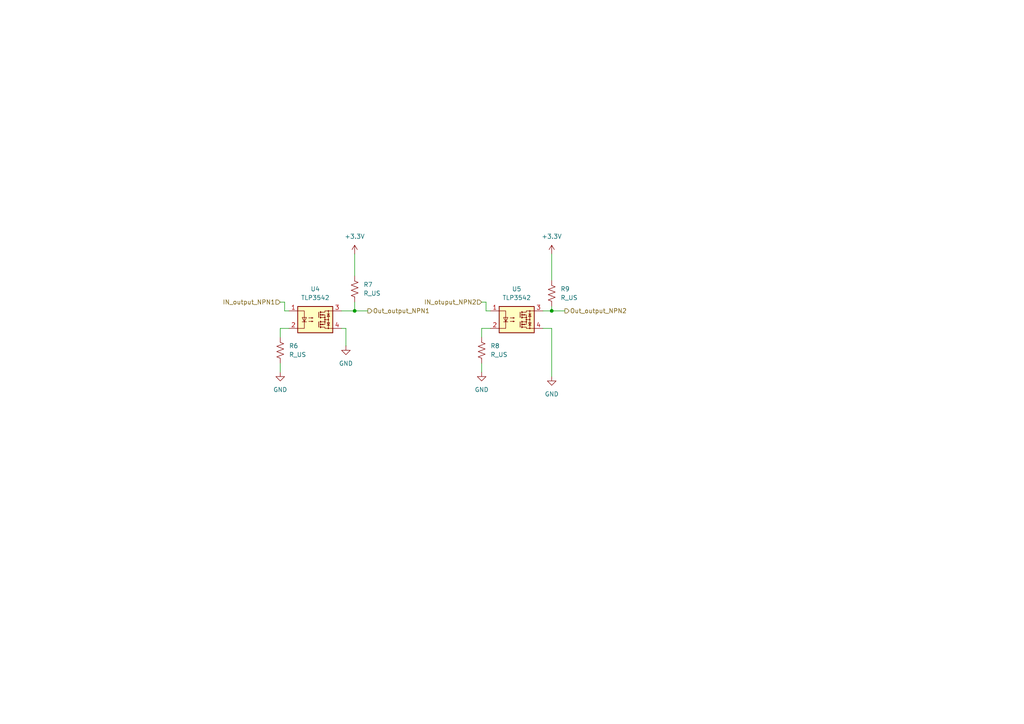
<source format=kicad_sch>
(kicad_sch
	(version 20250114)
	(generator "eeschema")
	(generator_version "9.0")
	(uuid "1f8f7a88-f920-4530-86bb-9885b2e842ee")
	(paper "A4")
	(lib_symbols
		(symbol "Device:R_US"
			(pin_numbers
				(hide yes)
			)
			(pin_names
				(offset 0)
			)
			(exclude_from_sim no)
			(in_bom yes)
			(on_board yes)
			(property "Reference" "R"
				(at 2.54 0 90)
				(effects
					(font
						(size 1.27 1.27)
					)
				)
			)
			(property "Value" "R_US"
				(at -2.54 0 90)
				(effects
					(font
						(size 1.27 1.27)
					)
				)
			)
			(property "Footprint" ""
				(at 1.016 -0.254 90)
				(effects
					(font
						(size 1.27 1.27)
					)
					(hide yes)
				)
			)
			(property "Datasheet" "~"
				(at 0 0 0)
				(effects
					(font
						(size 1.27 1.27)
					)
					(hide yes)
				)
			)
			(property "Description" "Resistor, US symbol"
				(at 0 0 0)
				(effects
					(font
						(size 1.27 1.27)
					)
					(hide yes)
				)
			)
			(property "ki_keywords" "R res resistor"
				(at 0 0 0)
				(effects
					(font
						(size 1.27 1.27)
					)
					(hide yes)
				)
			)
			(property "ki_fp_filters" "R_*"
				(at 0 0 0)
				(effects
					(font
						(size 1.27 1.27)
					)
					(hide yes)
				)
			)
			(symbol "R_US_0_1"
				(polyline
					(pts
						(xy 0 2.286) (xy 0 2.54)
					)
					(stroke
						(width 0)
						(type default)
					)
					(fill
						(type none)
					)
				)
				(polyline
					(pts
						(xy 0 2.286) (xy 1.016 1.905) (xy 0 1.524) (xy -1.016 1.143) (xy 0 0.762)
					)
					(stroke
						(width 0)
						(type default)
					)
					(fill
						(type none)
					)
				)
				(polyline
					(pts
						(xy 0 0.762) (xy 1.016 0.381) (xy 0 0) (xy -1.016 -0.381) (xy 0 -0.762)
					)
					(stroke
						(width 0)
						(type default)
					)
					(fill
						(type none)
					)
				)
				(polyline
					(pts
						(xy 0 -0.762) (xy 1.016 -1.143) (xy 0 -1.524) (xy -1.016 -1.905) (xy 0 -2.286)
					)
					(stroke
						(width 0)
						(type default)
					)
					(fill
						(type none)
					)
				)
				(polyline
					(pts
						(xy 0 -2.286) (xy 0 -2.54)
					)
					(stroke
						(width 0)
						(type default)
					)
					(fill
						(type none)
					)
				)
			)
			(symbol "R_US_1_1"
				(pin passive line
					(at 0 3.81 270)
					(length 1.27)
					(name "~"
						(effects
							(font
								(size 1.27 1.27)
							)
						)
					)
					(number "1"
						(effects
							(font
								(size 1.27 1.27)
							)
						)
					)
				)
				(pin passive line
					(at 0 -3.81 90)
					(length 1.27)
					(name "~"
						(effects
							(font
								(size 1.27 1.27)
							)
						)
					)
					(number "2"
						(effects
							(font
								(size 1.27 1.27)
							)
						)
					)
				)
			)
			(embedded_fonts no)
		)
		(symbol "TLP3542_1"
			(exclude_from_sim no)
			(in_bom yes)
			(on_board yes)
			(property "Reference" "U3"
				(at 0 8.89 0)
				(effects
					(font
						(size 1.27 1.27)
					)
				)
			)
			(property "Value" "TLP3542"
				(at 0 6.35 0)
				(effects
					(font
						(size 1.27 1.27)
					)
				)
			)
			(property "Footprint" "Package_SO:SOP-4_3.8x4.1mm_P2.54mm"
				(at 0 -7.62 0)
				(effects
					(font
						(size 1.27 1.27)
					)
					(hide yes)
				)
			)
			(property "Datasheet" "https://toshiba.semicon-storage.com/info/docget.jsp?did=1284&prodName=TLP3542"
				(at 0 0 0)
				(effects
					(font
						(size 1.27 1.27)
					)
					(hide yes)
				)
			)
			(property "Description" "Photo MOSFET optically coupled, ON 4A, 50mohm, OFF state 20V, Isolation 2500 VRMS, DIP-5-6"
				(at 0 0 0)
				(effects
					(font
						(size 1.27 1.27)
					)
					(hide yes)
				)
			)
			(property "ki_keywords" "photocouplers photorelay solidstate relay normally opened (1-Form-A)"
				(at 0 0 0)
				(effects
					(font
						(size 1.27 1.27)
					)
					(hide yes)
				)
			)
			(property "ki_fp_filters" "DIP*W7.62mm*"
				(at 0 0 0)
				(effects
					(font
						(size 1.27 1.27)
					)
					(hide yes)
				)
			)
			(symbol "TLP3542_1_0_1"
				(rectangle
					(start -5.08 3.81)
					(end 5.08 -3.81)
					(stroke
						(width 0.254)
						(type default)
					)
					(fill
						(type background)
					)
				)
				(polyline
					(pts
						(xy -5.08 2.54) (xy -3.175 2.54) (xy -3.175 -2.54) (xy -5.08 -2.54)
					)
					(stroke
						(width 0)
						(type default)
					)
					(fill
						(type none)
					)
				)
				(polyline
					(pts
						(xy -3.81 -0.635) (xy -2.54 -0.635)
					)
					(stroke
						(width 0)
						(type default)
					)
					(fill
						(type none)
					)
				)
				(polyline
					(pts
						(xy -3.175 -0.635) (xy -3.81 0.635) (xy -2.54 0.635) (xy -3.175 -0.635)
					)
					(stroke
						(width 0)
						(type default)
					)
					(fill
						(type none)
					)
				)
				(polyline
					(pts
						(xy -1.905 0.508) (xy -0.635 0.508) (xy -1.016 0.381) (xy -1.016 0.635) (xy -0.635 0.508)
					)
					(stroke
						(width 0)
						(type default)
					)
					(fill
						(type none)
					)
				)
				(polyline
					(pts
						(xy -1.905 -0.508) (xy -0.635 -0.508) (xy -1.016 -0.635) (xy -1.016 -0.381) (xy -0.635 -0.508)
					)
					(stroke
						(width 0)
						(type default)
					)
					(fill
						(type none)
					)
				)
				(polyline
					(pts
						(xy 1.016 2.159) (xy 1.016 0.635)
					)
					(stroke
						(width 0.2032)
						(type default)
					)
					(fill
						(type none)
					)
				)
				(polyline
					(pts
						(xy 1.016 -0.635) (xy 1.016 -2.159)
					)
					(stroke
						(width 0.2032)
						(type default)
					)
					(fill
						(type none)
					)
				)
				(polyline
					(pts
						(xy 1.524 2.286) (xy 1.524 2.032) (xy 1.524 2.032)
					)
					(stroke
						(width 0.3556)
						(type default)
					)
					(fill
						(type none)
					)
				)
				(polyline
					(pts
						(xy 1.524 1.524) (xy 1.524 1.27) (xy 1.524 1.27)
					)
					(stroke
						(width 0.3556)
						(type default)
					)
					(fill
						(type none)
					)
				)
				(polyline
					(pts
						(xy 1.524 0.762) (xy 1.524 0.508) (xy 1.524 0.508)
					)
					(stroke
						(width 0.3556)
						(type default)
					)
					(fill
						(type none)
					)
				)
				(polyline
					(pts
						(xy 1.524 -0.508) (xy 1.524 -0.762)
					)
					(stroke
						(width 0.3556)
						(type default)
					)
					(fill
						(type none)
					)
				)
				(polyline
					(pts
						(xy 1.524 -1.27) (xy 1.524 -1.524) (xy 1.524 -1.524)
					)
					(stroke
						(width 0.3556)
						(type default)
					)
					(fill
						(type none)
					)
				)
				(polyline
					(pts
						(xy 1.524 -2.032) (xy 1.524 -2.286) (xy 1.524 -2.286)
					)
					(stroke
						(width 0.3556)
						(type default)
					)
					(fill
						(type none)
					)
				)
				(polyline
					(pts
						(xy 1.651 2.159) (xy 2.794 2.159) (xy 2.794 2.54) (xy 5.08 2.54)
					)
					(stroke
						(width 0)
						(type default)
					)
					(fill
						(type none)
					)
				)
				(polyline
					(pts
						(xy 1.651 1.397) (xy 2.794 1.397) (xy 2.794 0.635)
					)
					(stroke
						(width 0)
						(type default)
					)
					(fill
						(type none)
					)
				)
				(polyline
					(pts
						(xy 1.651 -0.635) (xy 2.794 -0.635) (xy 2.794 0.635) (xy 1.651 0.635)
					)
					(stroke
						(width 0)
						(type default)
					)
					(fill
						(type none)
					)
				)
				(polyline
					(pts
						(xy 1.651 -1.397) (xy 2.794 -1.397) (xy 2.794 -0.635)
					)
					(stroke
						(width 0)
						(type default)
					)
					(fill
						(type none)
					)
				)
				(polyline
					(pts
						(xy 1.651 -2.159) (xy 2.794 -2.159) (xy 2.794 -2.54) (xy 5.08 -2.54)
					)
					(stroke
						(width 0)
						(type default)
					)
					(fill
						(type none)
					)
				)
				(polyline
					(pts
						(xy 1.778 1.397) (xy 2.286 1.524) (xy 2.286 1.27) (xy 1.778 1.397)
					)
					(stroke
						(width 0)
						(type default)
					)
					(fill
						(type none)
					)
				)
				(polyline
					(pts
						(xy 1.778 -1.397) (xy 2.286 -1.27) (xy 2.286 -1.524) (xy 1.778 -1.397)
					)
					(stroke
						(width 0)
						(type default)
					)
					(fill
						(type none)
					)
				)
				(circle
					(center 2.794 0.635)
					(radius 0.127)
					(stroke
						(width 0)
						(type default)
					)
					(fill
						(type none)
					)
				)
				(polyline
					(pts
						(xy 2.794 0) (xy 3.81 0)
					)
					(stroke
						(width 0)
						(type default)
					)
					(fill
						(type none)
					)
				)
				(circle
					(center 2.794 0)
					(radius 0.127)
					(stroke
						(width 0)
						(type default)
					)
					(fill
						(type none)
					)
				)
				(circle
					(center 2.794 -0.635)
					(radius 0.127)
					(stroke
						(width 0)
						(type default)
					)
					(fill
						(type none)
					)
				)
				(polyline
					(pts
						(xy 3.429 1.651) (xy 4.191 1.651)
					)
					(stroke
						(width 0)
						(type default)
					)
					(fill
						(type none)
					)
				)
				(polyline
					(pts
						(xy 3.429 -1.651) (xy 4.191 -1.651)
					)
					(stroke
						(width 0)
						(type default)
					)
					(fill
						(type none)
					)
				)
				(circle
					(center 3.81 2.54)
					(radius 0.127)
					(stroke
						(width 0)
						(type default)
					)
					(fill
						(type none)
					)
				)
				(polyline
					(pts
						(xy 3.81 1.651) (xy 3.429 0.889) (xy 4.191 0.889) (xy 3.81 1.651)
					)
					(stroke
						(width 0)
						(type default)
					)
					(fill
						(type none)
					)
				)
				(circle
					(center 3.81 0)
					(radius 0.127)
					(stroke
						(width 0)
						(type default)
					)
					(fill
						(type none)
					)
				)
				(polyline
					(pts
						(xy 3.81 -1.651) (xy 3.429 -0.889) (xy 4.191 -0.889) (xy 3.81 -1.651)
					)
					(stroke
						(width 0)
						(type default)
					)
					(fill
						(type none)
					)
				)
				(polyline
					(pts
						(xy 3.81 -2.54) (xy 3.81 2.54)
					)
					(stroke
						(width 0)
						(type default)
					)
					(fill
						(type none)
					)
				)
				(circle
					(center 3.81 -2.54)
					(radius 0.127)
					(stroke
						(width 0)
						(type default)
					)
					(fill
						(type none)
					)
				)
			)
			(symbol "TLP3542_1_1_1"
				(pin passive line
					(at -7.62 2.54 0)
					(length 2.54)
					(name "~"
						(effects
							(font
								(size 1.27 1.27)
							)
						)
					)
					(number "1"
						(effects
							(font
								(size 1.27 1.27)
							)
						)
					)
				)
				(pin passive line
					(at -7.62 -2.54 0)
					(length 2.54)
					(name "~"
						(effects
							(font
								(size 1.27 1.27)
							)
						)
					)
					(number "2"
						(effects
							(font
								(size 1.27 1.27)
							)
						)
					)
				)
				(pin no_connect line
					(at -5.08 0 0)
					(length 2.54)
					(hide yes)
					(name "~"
						(effects
							(font
								(size 1.27 1.27)
							)
						)
					)
					(number "3"
						(effects
							(font
								(size 1.27 1.27)
							)
						)
					)
				)
				(pin passive line
					(at 7.62 2.54 180)
					(length 2.54)
					(name "~"
						(effects
							(font
								(size 1.27 1.27)
							)
						)
					)
					(number "3"
						(effects
							(font
								(size 1.27 1.27)
							)
						)
					)
				)
				(pin passive line
					(at 7.62 -2.54 180)
					(length 2.54)
					(name "~"
						(effects
							(font
								(size 1.27 1.27)
							)
						)
					)
					(number "4"
						(effects
							(font
								(size 1.27 1.27)
							)
						)
					)
				)
			)
			(embedded_fonts no)
		)
		(symbol "TLP3542_2"
			(exclude_from_sim no)
			(in_bom yes)
			(on_board yes)
			(property "Reference" "U3"
				(at 0 8.89 0)
				(effects
					(font
						(size 1.27 1.27)
					)
				)
			)
			(property "Value" "TLP3542"
				(at 0 6.35 0)
				(effects
					(font
						(size 1.27 1.27)
					)
				)
			)
			(property "Footprint" "Package_SO:SOP-4_3.8x4.1mm_P2.54mm"
				(at 0 -7.62 0)
				(effects
					(font
						(size 1.27 1.27)
					)
					(hide yes)
				)
			)
			(property "Datasheet" "https://toshiba.semicon-storage.com/info/docget.jsp?did=1284&prodName=TLP3542"
				(at 0 0 0)
				(effects
					(font
						(size 1.27 1.27)
					)
					(hide yes)
				)
			)
			(property "Description" "Photo MOSFET optically coupled, ON 4A, 50mohm, OFF state 20V, Isolation 2500 VRMS, DIP-5-6"
				(at 0 0 0)
				(effects
					(font
						(size 1.27 1.27)
					)
					(hide yes)
				)
			)
			(property "ki_keywords" "photocouplers photorelay solidstate relay normally opened (1-Form-A)"
				(at 0 0 0)
				(effects
					(font
						(size 1.27 1.27)
					)
					(hide yes)
				)
			)
			(property "ki_fp_filters" "DIP*W7.62mm*"
				(at 0 0 0)
				(effects
					(font
						(size 1.27 1.27)
					)
					(hide yes)
				)
			)
			(symbol "TLP3542_2_0_1"
				(rectangle
					(start -5.08 3.81)
					(end 5.08 -3.81)
					(stroke
						(width 0.254)
						(type default)
					)
					(fill
						(type background)
					)
				)
				(polyline
					(pts
						(xy -5.08 2.54) (xy -3.175 2.54) (xy -3.175 -2.54) (xy -5.08 -2.54)
					)
					(stroke
						(width 0)
						(type default)
					)
					(fill
						(type none)
					)
				)
				(polyline
					(pts
						(xy -3.81 -0.635) (xy -2.54 -0.635)
					)
					(stroke
						(width 0)
						(type default)
					)
					(fill
						(type none)
					)
				)
				(polyline
					(pts
						(xy -3.175 -0.635) (xy -3.81 0.635) (xy -2.54 0.635) (xy -3.175 -0.635)
					)
					(stroke
						(width 0)
						(type default)
					)
					(fill
						(type none)
					)
				)
				(polyline
					(pts
						(xy -1.905 0.508) (xy -0.635 0.508) (xy -1.016 0.381) (xy -1.016 0.635) (xy -0.635 0.508)
					)
					(stroke
						(width 0)
						(type default)
					)
					(fill
						(type none)
					)
				)
				(polyline
					(pts
						(xy -1.905 -0.508) (xy -0.635 -0.508) (xy -1.016 -0.635) (xy -1.016 -0.381) (xy -0.635 -0.508)
					)
					(stroke
						(width 0)
						(type default)
					)
					(fill
						(type none)
					)
				)
				(polyline
					(pts
						(xy 1.016 2.159) (xy 1.016 0.635)
					)
					(stroke
						(width 0.2032)
						(type default)
					)
					(fill
						(type none)
					)
				)
				(polyline
					(pts
						(xy 1.016 -0.635) (xy 1.016 -2.159)
					)
					(stroke
						(width 0.2032)
						(type default)
					)
					(fill
						(type none)
					)
				)
				(polyline
					(pts
						(xy 1.524 2.286) (xy 1.524 2.032) (xy 1.524 2.032)
					)
					(stroke
						(width 0.3556)
						(type default)
					)
					(fill
						(type none)
					)
				)
				(polyline
					(pts
						(xy 1.524 1.524) (xy 1.524 1.27) (xy 1.524 1.27)
					)
					(stroke
						(width 0.3556)
						(type default)
					)
					(fill
						(type none)
					)
				)
				(polyline
					(pts
						(xy 1.524 0.762) (xy 1.524 0.508) (xy 1.524 0.508)
					)
					(stroke
						(width 0.3556)
						(type default)
					)
					(fill
						(type none)
					)
				)
				(polyline
					(pts
						(xy 1.524 -0.508) (xy 1.524 -0.762)
					)
					(stroke
						(width 0.3556)
						(type default)
					)
					(fill
						(type none)
					)
				)
				(polyline
					(pts
						(xy 1.524 -1.27) (xy 1.524 -1.524) (xy 1.524 -1.524)
					)
					(stroke
						(width 0.3556)
						(type default)
					)
					(fill
						(type none)
					)
				)
				(polyline
					(pts
						(xy 1.524 -2.032) (xy 1.524 -2.286) (xy 1.524 -2.286)
					)
					(stroke
						(width 0.3556)
						(type default)
					)
					(fill
						(type none)
					)
				)
				(polyline
					(pts
						(xy 1.651 2.159) (xy 2.794 2.159) (xy 2.794 2.54) (xy 5.08 2.54)
					)
					(stroke
						(width 0)
						(type default)
					)
					(fill
						(type none)
					)
				)
				(polyline
					(pts
						(xy 1.651 1.397) (xy 2.794 1.397) (xy 2.794 0.635)
					)
					(stroke
						(width 0)
						(type default)
					)
					(fill
						(type none)
					)
				)
				(polyline
					(pts
						(xy 1.651 -0.635) (xy 2.794 -0.635) (xy 2.794 0.635) (xy 1.651 0.635)
					)
					(stroke
						(width 0)
						(type default)
					)
					(fill
						(type none)
					)
				)
				(polyline
					(pts
						(xy 1.651 -1.397) (xy 2.794 -1.397) (xy 2.794 -0.635)
					)
					(stroke
						(width 0)
						(type default)
					)
					(fill
						(type none)
					)
				)
				(polyline
					(pts
						(xy 1.651 -2.159) (xy 2.794 -2.159) (xy 2.794 -2.54) (xy 5.08 -2.54)
					)
					(stroke
						(width 0)
						(type default)
					)
					(fill
						(type none)
					)
				)
				(polyline
					(pts
						(xy 1.778 1.397) (xy 2.286 1.524) (xy 2.286 1.27) (xy 1.778 1.397)
					)
					(stroke
						(width 0)
						(type default)
					)
					(fill
						(type none)
					)
				)
				(polyline
					(pts
						(xy 1.778 -1.397) (xy 2.286 -1.27) (xy 2.286 -1.524) (xy 1.778 -1.397)
					)
					(stroke
						(width 0)
						(type default)
					)
					(fill
						(type none)
					)
				)
				(circle
					(center 2.794 0.635)
					(radius 0.127)
					(stroke
						(width 0)
						(type default)
					)
					(fill
						(type none)
					)
				)
				(polyline
					(pts
						(xy 2.794 0) (xy 3.81 0)
					)
					(stroke
						(width 0)
						(type default)
					)
					(fill
						(type none)
					)
				)
				(circle
					(center 2.794 0)
					(radius 0.127)
					(stroke
						(width 0)
						(type default)
					)
					(fill
						(type none)
					)
				)
				(circle
					(center 2.794 -0.635)
					(radius 0.127)
					(stroke
						(width 0)
						(type default)
					)
					(fill
						(type none)
					)
				)
				(polyline
					(pts
						(xy 3.429 1.651) (xy 4.191 1.651)
					)
					(stroke
						(width 0)
						(type default)
					)
					(fill
						(type none)
					)
				)
				(polyline
					(pts
						(xy 3.429 -1.651) (xy 4.191 -1.651)
					)
					(stroke
						(width 0)
						(type default)
					)
					(fill
						(type none)
					)
				)
				(circle
					(center 3.81 2.54)
					(radius 0.127)
					(stroke
						(width 0)
						(type default)
					)
					(fill
						(type none)
					)
				)
				(polyline
					(pts
						(xy 3.81 1.651) (xy 3.429 0.889) (xy 4.191 0.889) (xy 3.81 1.651)
					)
					(stroke
						(width 0)
						(type default)
					)
					(fill
						(type none)
					)
				)
				(circle
					(center 3.81 0)
					(radius 0.127)
					(stroke
						(width 0)
						(type default)
					)
					(fill
						(type none)
					)
				)
				(polyline
					(pts
						(xy 3.81 -1.651) (xy 3.429 -0.889) (xy 4.191 -0.889) (xy 3.81 -1.651)
					)
					(stroke
						(width 0)
						(type default)
					)
					(fill
						(type none)
					)
				)
				(polyline
					(pts
						(xy 3.81 -2.54) (xy 3.81 2.54)
					)
					(stroke
						(width 0)
						(type default)
					)
					(fill
						(type none)
					)
				)
				(circle
					(center 3.81 -2.54)
					(radius 0.127)
					(stroke
						(width 0)
						(type default)
					)
					(fill
						(type none)
					)
				)
			)
			(symbol "TLP3542_2_1_1"
				(pin passive line
					(at -7.62 2.54 0)
					(length 2.54)
					(name "~"
						(effects
							(font
								(size 1.27 1.27)
							)
						)
					)
					(number "1"
						(effects
							(font
								(size 1.27 1.27)
							)
						)
					)
				)
				(pin passive line
					(at -7.62 -2.54 0)
					(length 2.54)
					(name "~"
						(effects
							(font
								(size 1.27 1.27)
							)
						)
					)
					(number "2"
						(effects
							(font
								(size 1.27 1.27)
							)
						)
					)
				)
				(pin no_connect line
					(at -5.08 0 0)
					(length 2.54)
					(hide yes)
					(name "~"
						(effects
							(font
								(size 1.27 1.27)
							)
						)
					)
					(number "3"
						(effects
							(font
								(size 1.27 1.27)
							)
						)
					)
				)
				(pin passive line
					(at 7.62 2.54 180)
					(length 2.54)
					(name "~"
						(effects
							(font
								(size 1.27 1.27)
							)
						)
					)
					(number "3"
						(effects
							(font
								(size 1.27 1.27)
							)
						)
					)
				)
				(pin passive line
					(at 7.62 -2.54 180)
					(length 2.54)
					(name "~"
						(effects
							(font
								(size 1.27 1.27)
							)
						)
					)
					(number "4"
						(effects
							(font
								(size 1.27 1.27)
							)
						)
					)
				)
			)
			(embedded_fonts no)
		)
		(symbol "power:+3.3V"
			(power)
			(pin_numbers
				(hide yes)
			)
			(pin_names
				(offset 0)
				(hide yes)
			)
			(exclude_from_sim no)
			(in_bom yes)
			(on_board yes)
			(property "Reference" "#PWR"
				(at 0 -3.81 0)
				(effects
					(font
						(size 1.27 1.27)
					)
					(hide yes)
				)
			)
			(property "Value" "+3.3V"
				(at 0 3.556 0)
				(effects
					(font
						(size 1.27 1.27)
					)
				)
			)
			(property "Footprint" ""
				(at 0 0 0)
				(effects
					(font
						(size 1.27 1.27)
					)
					(hide yes)
				)
			)
			(property "Datasheet" ""
				(at 0 0 0)
				(effects
					(font
						(size 1.27 1.27)
					)
					(hide yes)
				)
			)
			(property "Description" "Power symbol creates a global label with name \"+3.3V\""
				(at 0 0 0)
				(effects
					(font
						(size 1.27 1.27)
					)
					(hide yes)
				)
			)
			(property "ki_keywords" "global power"
				(at 0 0 0)
				(effects
					(font
						(size 1.27 1.27)
					)
					(hide yes)
				)
			)
			(symbol "+3.3V_0_1"
				(polyline
					(pts
						(xy -0.762 1.27) (xy 0 2.54)
					)
					(stroke
						(width 0)
						(type default)
					)
					(fill
						(type none)
					)
				)
				(polyline
					(pts
						(xy 0 2.54) (xy 0.762 1.27)
					)
					(stroke
						(width 0)
						(type default)
					)
					(fill
						(type none)
					)
				)
				(polyline
					(pts
						(xy 0 0) (xy 0 2.54)
					)
					(stroke
						(width 0)
						(type default)
					)
					(fill
						(type none)
					)
				)
			)
			(symbol "+3.3V_1_1"
				(pin power_in line
					(at 0 0 90)
					(length 0)
					(name "~"
						(effects
							(font
								(size 1.27 1.27)
							)
						)
					)
					(number "1"
						(effects
							(font
								(size 1.27 1.27)
							)
						)
					)
				)
			)
			(embedded_fonts no)
		)
		(symbol "power:GND"
			(power)
			(pin_numbers
				(hide yes)
			)
			(pin_names
				(offset 0)
				(hide yes)
			)
			(exclude_from_sim no)
			(in_bom yes)
			(on_board yes)
			(property "Reference" "#PWR"
				(at 0 -6.35 0)
				(effects
					(font
						(size 1.27 1.27)
					)
					(hide yes)
				)
			)
			(property "Value" "GND"
				(at 0 -3.81 0)
				(effects
					(font
						(size 1.27 1.27)
					)
				)
			)
			(property "Footprint" ""
				(at 0 0 0)
				(effects
					(font
						(size 1.27 1.27)
					)
					(hide yes)
				)
			)
			(property "Datasheet" ""
				(at 0 0 0)
				(effects
					(font
						(size 1.27 1.27)
					)
					(hide yes)
				)
			)
			(property "Description" "Power symbol creates a global label with name \"GND\" , ground"
				(at 0 0 0)
				(effects
					(font
						(size 1.27 1.27)
					)
					(hide yes)
				)
			)
			(property "ki_keywords" "global power"
				(at 0 0 0)
				(effects
					(font
						(size 1.27 1.27)
					)
					(hide yes)
				)
			)
			(symbol "GND_0_1"
				(polyline
					(pts
						(xy 0 0) (xy 0 -1.27) (xy 1.27 -1.27) (xy 0 -2.54) (xy -1.27 -1.27) (xy 0 -1.27)
					)
					(stroke
						(width 0)
						(type default)
					)
					(fill
						(type none)
					)
				)
			)
			(symbol "GND_1_1"
				(pin power_in line
					(at 0 0 270)
					(length 0)
					(name "~"
						(effects
							(font
								(size 1.27 1.27)
							)
						)
					)
					(number "1"
						(effects
							(font
								(size 1.27 1.27)
							)
						)
					)
				)
			)
			(embedded_fonts no)
		)
	)
	(junction
		(at 102.87 90.17)
		(diameter 0)
		(color 0 0 0 0)
		(uuid "0fd77eee-1649-47ea-9561-0404efc8f81b")
	)
	(junction
		(at 160.02 90.17)
		(diameter 0)
		(color 0 0 0 0)
		(uuid "487f5276-44d9-426d-9b74-72533db37cae")
	)
	(wire
		(pts
			(xy 160.02 95.25) (xy 160.02 109.22)
		)
		(stroke
			(width 0)
			(type default)
		)
		(uuid "0462ee7f-5cc8-4617-9fe2-064877bab2ae")
	)
	(wire
		(pts
			(xy 160.02 95.25) (xy 157.48 95.25)
		)
		(stroke
			(width 0)
			(type default)
		)
		(uuid "116bf743-b76b-461a-9535-5f28b8397bac")
	)
	(wire
		(pts
			(xy 140.97 87.63) (xy 139.7 87.63)
		)
		(stroke
			(width 0)
			(type default)
		)
		(uuid "1ba48afd-8dd0-4264-989b-c0b0ef006d98")
	)
	(wire
		(pts
			(xy 102.87 87.63) (xy 102.87 90.17)
		)
		(stroke
			(width 0)
			(type default)
		)
		(uuid "1e79655d-85ac-489f-8d84-6168899ae2fd")
	)
	(wire
		(pts
			(xy 160.02 73.66) (xy 160.02 81.28)
		)
		(stroke
			(width 0)
			(type default)
		)
		(uuid "1eccd335-4f5f-47d6-ab5a-449cfd3ec635")
	)
	(wire
		(pts
			(xy 81.28 95.25) (xy 81.28 97.79)
		)
		(stroke
			(width 0)
			(type default)
		)
		(uuid "2d111de1-f7f7-4342-801a-44c69f3aba7c")
	)
	(wire
		(pts
			(xy 102.87 73.66) (xy 102.87 80.01)
		)
		(stroke
			(width 0)
			(type default)
		)
		(uuid "4256d980-1d4c-45f4-8e3b-3ad2e0bbd587")
	)
	(wire
		(pts
			(xy 139.7 95.25) (xy 139.7 97.79)
		)
		(stroke
			(width 0)
			(type default)
		)
		(uuid "45fe8476-e38d-48ee-8ceb-32e71a5ecc0a")
	)
	(wire
		(pts
			(xy 102.87 90.17) (xy 106.68 90.17)
		)
		(stroke
			(width 0)
			(type default)
		)
		(uuid "598113b9-90dd-4f7e-b13d-db303315585a")
	)
	(wire
		(pts
			(xy 81.28 105.41) (xy 81.28 107.95)
		)
		(stroke
			(width 0)
			(type default)
		)
		(uuid "5a83b831-e5ac-4629-a7ba-5ee2966634ac")
	)
	(wire
		(pts
			(xy 100.33 95.25) (xy 100.33 100.33)
		)
		(stroke
			(width 0)
			(type default)
		)
		(uuid "5aa5f8c1-ffb3-48d2-8cec-906401f9e817")
	)
	(wire
		(pts
			(xy 140.97 90.17) (xy 140.97 87.63)
		)
		(stroke
			(width 0)
			(type default)
		)
		(uuid "6585bbbf-841d-4b88-ac81-42e64099036b")
	)
	(wire
		(pts
			(xy 82.55 87.63) (xy 81.28 87.63)
		)
		(stroke
			(width 0)
			(type default)
		)
		(uuid "698aab8d-3f5d-4c53-862b-31fece38ab7e")
	)
	(wire
		(pts
			(xy 142.24 95.25) (xy 139.7 95.25)
		)
		(stroke
			(width 0)
			(type default)
		)
		(uuid "773835a6-1b10-4c2b-820c-a5c753782dc0")
	)
	(wire
		(pts
			(xy 83.82 95.25) (xy 81.28 95.25)
		)
		(stroke
			(width 0)
			(type default)
		)
		(uuid "7a01a404-bb04-4198-ab82-d75e7ed362a0")
	)
	(wire
		(pts
			(xy 160.02 90.17) (xy 163.83 90.17)
		)
		(stroke
			(width 0)
			(type default)
		)
		(uuid "81945204-add8-4900-b1f2-4e0e5cb7900f")
	)
	(wire
		(pts
			(xy 139.7 105.41) (xy 139.7 107.95)
		)
		(stroke
			(width 0)
			(type default)
		)
		(uuid "92b09a47-efbc-4d38-a204-73974321cb20")
	)
	(wire
		(pts
			(xy 82.55 90.17) (xy 82.55 87.63)
		)
		(stroke
			(width 0)
			(type default)
		)
		(uuid "b4b56d85-91d2-4974-b2ab-fd775064cdfe")
	)
	(wire
		(pts
			(xy 140.97 90.17) (xy 142.24 90.17)
		)
		(stroke
			(width 0)
			(type default)
		)
		(uuid "be1b743f-2c6f-4760-ba5e-a2427e7905d6")
	)
	(wire
		(pts
			(xy 160.02 90.17) (xy 160.02 88.9)
		)
		(stroke
			(width 0)
			(type default)
		)
		(uuid "cd4272e4-12df-467b-82ad-79ba4dadc674")
	)
	(wire
		(pts
			(xy 99.06 90.17) (xy 102.87 90.17)
		)
		(stroke
			(width 0)
			(type default)
		)
		(uuid "d09b3daa-a6c9-4762-9223-f531c5979b87")
	)
	(wire
		(pts
			(xy 157.48 90.17) (xy 160.02 90.17)
		)
		(stroke
			(width 0)
			(type default)
		)
		(uuid "e5cd0017-fdd9-4612-974c-ff3c92eecb20")
	)
	(wire
		(pts
			(xy 100.33 95.25) (xy 99.06 95.25)
		)
		(stroke
			(width 0)
			(type default)
		)
		(uuid "f1a7cb5a-f39c-4829-9536-0965adfd1752")
	)
	(wire
		(pts
			(xy 82.55 90.17) (xy 83.82 90.17)
		)
		(stroke
			(width 0)
			(type default)
		)
		(uuid "f44fbcf9-6d11-49df-8406-ca0e8a017f81")
	)
	(hierarchical_label "Out_output_NPN2"
		(shape output)
		(at 163.83 90.17 0)
		(effects
			(font
				(size 1.27 1.27)
			)
			(justify left)
		)
		(uuid "5b1c1ef4-016c-4354-ae87-034a9d064e63")
	)
	(hierarchical_label "IN_otuput_NPN2"
		(shape input)
		(at 139.7 87.63 180)
		(effects
			(font
				(size 1.27 1.27)
			)
			(justify right)
		)
		(uuid "6f28951b-0584-4b8b-a4b3-11a68a87d51c")
	)
	(hierarchical_label "Out_output_NPN1"
		(shape output)
		(at 106.68 90.17 0)
		(effects
			(font
				(size 1.27 1.27)
			)
			(justify left)
		)
		(uuid "8b7e623a-acdd-4cba-8974-edce7cf420e9")
	)
	(hierarchical_label "IN_output_NPN1"
		(shape input)
		(at 81.28 87.63 180)
		(effects
			(font
				(size 1.27 1.27)
			)
			(justify right)
		)
		(uuid "d98d7509-f51e-4f61-a3f6-5d10c7950952")
	)
	(symbol
		(lib_id "Device:R_US")
		(at 139.7 101.6 0)
		(unit 1)
		(exclude_from_sim no)
		(in_bom yes)
		(on_board yes)
		(dnp no)
		(fields_autoplaced yes)
		(uuid "0fa1f2e8-e235-47bb-84f8-4acdfd8f77ad")
		(property "Reference" "R8"
			(at 142.24 100.3299 0)
			(effects
				(font
					(size 1.27 1.27)
				)
				(justify left)
			)
		)
		(property "Value" "R_US"
			(at 142.24 102.8699 0)
			(effects
				(font
					(size 1.27 1.27)
				)
				(justify left)
			)
		)
		(property "Footprint" "Resistor_SMD:R_0603_1608Metric"
			(at 140.716 101.854 90)
			(effects
				(font
					(size 1.27 1.27)
				)
				(hide yes)
			)
		)
		(property "Datasheet" "~"
			(at 139.7 101.6 0)
			(effects
				(font
					(size 1.27 1.27)
				)
				(hide yes)
			)
		)
		(property "Description" "Resistor, US symbol"
			(at 139.7 101.6 0)
			(effects
				(font
					(size 1.27 1.27)
				)
				(hide yes)
			)
		)
		(pin "2"
			(uuid "c2d1cfd9-6b2f-486d-bdc7-0c558d8fe545")
		)
		(pin "1"
			(uuid "a61f85ba-e33a-4a94-aeec-22a84561e79b")
		)
		(instances
			(project "ZorionX-Nivara"
				(path "/ae5c9891-8291-492e-8a61-8ac340267b67/d47eca49-96e4-4138-8979-47bb60019f67/a861ea7e-2f53-4357-9b1d-7e48dc96ca0d"
					(reference "R8")
					(unit 1)
				)
			)
		)
	)
	(symbol
		(lib_id "power:GND")
		(at 160.02 109.22 0)
		(unit 1)
		(exclude_from_sim no)
		(in_bom yes)
		(on_board yes)
		(dnp no)
		(fields_autoplaced yes)
		(uuid "1ce1319a-d4dd-4e47-9de0-df51b00302a1")
		(property "Reference" "#PWR030"
			(at 160.02 115.57 0)
			(effects
				(font
					(size 1.27 1.27)
				)
				(hide yes)
			)
		)
		(property "Value" "GND"
			(at 160.02 114.3 0)
			(effects
				(font
					(size 1.27 1.27)
				)
			)
		)
		(property "Footprint" ""
			(at 160.02 109.22 0)
			(effects
				(font
					(size 1.27 1.27)
				)
				(hide yes)
			)
		)
		(property "Datasheet" ""
			(at 160.02 109.22 0)
			(effects
				(font
					(size 1.27 1.27)
				)
				(hide yes)
			)
		)
		(property "Description" "Power symbol creates a global label with name \"GND\" , ground"
			(at 160.02 109.22 0)
			(effects
				(font
					(size 1.27 1.27)
				)
				(hide yes)
			)
		)
		(pin "1"
			(uuid "38d51ff6-937e-4a80-ac0d-c16f9b00e447")
		)
		(instances
			(project "ZorionX-Nivara"
				(path "/ae5c9891-8291-492e-8a61-8ac340267b67/d47eca49-96e4-4138-8979-47bb60019f67/a861ea7e-2f53-4357-9b1d-7e48dc96ca0d"
					(reference "#PWR030")
					(unit 1)
				)
			)
		)
	)
	(symbol
		(lib_id "Device:R_US")
		(at 81.28 101.6 0)
		(unit 1)
		(exclude_from_sim no)
		(in_bom yes)
		(on_board yes)
		(dnp no)
		(fields_autoplaced yes)
		(uuid "3d6036dd-aa25-4137-8f24-b6386755f1ff")
		(property "Reference" "R6"
			(at 83.82 100.3299 0)
			(effects
				(font
					(size 1.27 1.27)
				)
				(justify left)
			)
		)
		(property "Value" "R_US"
			(at 83.82 102.8699 0)
			(effects
				(font
					(size 1.27 1.27)
				)
				(justify left)
			)
		)
		(property "Footprint" "Resistor_SMD:R_0603_1608Metric"
			(at 82.296 101.854 90)
			(effects
				(font
					(size 1.27 1.27)
				)
				(hide yes)
			)
		)
		(property "Datasheet" "~"
			(at 81.28 101.6 0)
			(effects
				(font
					(size 1.27 1.27)
				)
				(hide yes)
			)
		)
		(property "Description" "Resistor, US symbol"
			(at 81.28 101.6 0)
			(effects
				(font
					(size 1.27 1.27)
				)
				(hide yes)
			)
		)
		(pin "2"
			(uuid "b3cf35f6-afe2-40e9-8434-21ca8c83f1bb")
		)
		(pin "1"
			(uuid "c30f188a-97d0-4be4-bb85-4740d2f8ebbc")
		)
		(instances
			(project "ZorionX-Nivara"
				(path "/ae5c9891-8291-492e-8a61-8ac340267b67/d47eca49-96e4-4138-8979-47bb60019f67/a861ea7e-2f53-4357-9b1d-7e48dc96ca0d"
					(reference "R6")
					(unit 1)
				)
			)
		)
	)
	(symbol
		(lib_id "Device:R_US")
		(at 102.87 83.82 0)
		(unit 1)
		(exclude_from_sim no)
		(in_bom yes)
		(on_board yes)
		(dnp no)
		(fields_autoplaced yes)
		(uuid "4e1047a8-2428-48e8-8711-b38522315cb7")
		(property "Reference" "R7"
			(at 105.41 82.5499 0)
			(effects
				(font
					(size 1.27 1.27)
				)
				(justify left)
			)
		)
		(property "Value" "R_US"
			(at 105.41 85.0899 0)
			(effects
				(font
					(size 1.27 1.27)
				)
				(justify left)
			)
		)
		(property "Footprint" "Resistor_SMD:R_0603_1608Metric"
			(at 103.886 84.074 90)
			(effects
				(font
					(size 1.27 1.27)
				)
				(hide yes)
			)
		)
		(property "Datasheet" "~"
			(at 102.87 83.82 0)
			(effects
				(font
					(size 1.27 1.27)
				)
				(hide yes)
			)
		)
		(property "Description" "Resistor, US symbol"
			(at 102.87 83.82 0)
			(effects
				(font
					(size 1.27 1.27)
				)
				(hide yes)
			)
		)
		(pin "2"
			(uuid "1b0c2487-6fb9-4ab9-be77-89164d2d03af")
		)
		(pin "1"
			(uuid "85c60892-5832-4f99-b4d9-9159350fa82e")
		)
		(instances
			(project "ZorionX-Nivara"
				(path "/ae5c9891-8291-492e-8a61-8ac340267b67/d47eca49-96e4-4138-8979-47bb60019f67/a861ea7e-2f53-4357-9b1d-7e48dc96ca0d"
					(reference "R7")
					(unit 1)
				)
			)
		)
	)
	(symbol
		(lib_id "power:GND")
		(at 100.33 100.33 0)
		(unit 1)
		(exclude_from_sim no)
		(in_bom yes)
		(on_board yes)
		(dnp no)
		(fields_autoplaced yes)
		(uuid "5059ac34-8f86-41b2-b76f-de52c92fb513")
		(property "Reference" "#PWR026"
			(at 100.33 106.68 0)
			(effects
				(font
					(size 1.27 1.27)
				)
				(hide yes)
			)
		)
		(property "Value" "GND"
			(at 100.33 105.41 0)
			(effects
				(font
					(size 1.27 1.27)
				)
			)
		)
		(property "Footprint" ""
			(at 100.33 100.33 0)
			(effects
				(font
					(size 1.27 1.27)
				)
				(hide yes)
			)
		)
		(property "Datasheet" ""
			(at 100.33 100.33 0)
			(effects
				(font
					(size 1.27 1.27)
				)
				(hide yes)
			)
		)
		(property "Description" "Power symbol creates a global label with name \"GND\" , ground"
			(at 100.33 100.33 0)
			(effects
				(font
					(size 1.27 1.27)
				)
				(hide yes)
			)
		)
		(pin "1"
			(uuid "6e4ce8f4-5821-405a-a10f-8706496858cc")
		)
		(instances
			(project "ZorionX-Nivara"
				(path "/ae5c9891-8291-492e-8a61-8ac340267b67/d47eca49-96e4-4138-8979-47bb60019f67/a861ea7e-2f53-4357-9b1d-7e48dc96ca0d"
					(reference "#PWR026")
					(unit 1)
				)
			)
		)
	)
	(symbol
		(lib_id "power:GND")
		(at 81.28 107.95 0)
		(unit 1)
		(exclude_from_sim no)
		(in_bom yes)
		(on_board yes)
		(dnp no)
		(fields_autoplaced yes)
		(uuid "510ae4b2-fd3b-43a7-bda9-78099b37cbe0")
		(property "Reference" "#PWR025"
			(at 81.28 114.3 0)
			(effects
				(font
					(size 1.27 1.27)
				)
				(hide yes)
			)
		)
		(property "Value" "GND"
			(at 81.28 113.03 0)
			(effects
				(font
					(size 1.27 1.27)
				)
			)
		)
		(property "Footprint" ""
			(at 81.28 107.95 0)
			(effects
				(font
					(size 1.27 1.27)
				)
				(hide yes)
			)
		)
		(property "Datasheet" ""
			(at 81.28 107.95 0)
			(effects
				(font
					(size 1.27 1.27)
				)
				(hide yes)
			)
		)
		(property "Description" "Power symbol creates a global label with name \"GND\" , ground"
			(at 81.28 107.95 0)
			(effects
				(font
					(size 1.27 1.27)
				)
				(hide yes)
			)
		)
		(pin "1"
			(uuid "323e0ad7-af02-497e-ae25-5e7da0f547e2")
		)
		(instances
			(project "ZorionX-Nivara"
				(path "/ae5c9891-8291-492e-8a61-8ac340267b67/d47eca49-96e4-4138-8979-47bb60019f67/a861ea7e-2f53-4357-9b1d-7e48dc96ca0d"
					(reference "#PWR025")
					(unit 1)
				)
			)
		)
	)
	(symbol
		(lib_id "power:+3.3V")
		(at 160.02 73.66 0)
		(unit 1)
		(exclude_from_sim no)
		(in_bom yes)
		(on_board yes)
		(dnp no)
		(fields_autoplaced yes)
		(uuid "6f9b6bd0-04d7-443d-bb0b-6d69e7f155b5")
		(property "Reference" "#PWR029"
			(at 160.02 77.47 0)
			(effects
				(font
					(size 1.27 1.27)
				)
				(hide yes)
			)
		)
		(property "Value" "+3.3V"
			(at 160.02 68.58 0)
			(effects
				(font
					(size 1.27 1.27)
				)
			)
		)
		(property "Footprint" ""
			(at 160.02 73.66 0)
			(effects
				(font
					(size 1.27 1.27)
				)
				(hide yes)
			)
		)
		(property "Datasheet" ""
			(at 160.02 73.66 0)
			(effects
				(font
					(size 1.27 1.27)
				)
				(hide yes)
			)
		)
		(property "Description" "Power symbol creates a global label with name \"+3.3V\""
			(at 160.02 73.66 0)
			(effects
				(font
					(size 1.27 1.27)
				)
				(hide yes)
			)
		)
		(pin "1"
			(uuid "d88f6905-e4a1-48ac-b0a6-50610592bec0")
		)
		(instances
			(project "ZorionX-Nivara_V1.4"
				(path "/ae5c9891-8291-492e-8a61-8ac340267b67/d47eca49-96e4-4138-8979-47bb60019f67/a861ea7e-2f53-4357-9b1d-7e48dc96ca0d"
					(reference "#PWR029")
					(unit 1)
				)
			)
		)
	)
	(symbol
		(lib_id "Device:R_US")
		(at 160.02 85.09 0)
		(unit 1)
		(exclude_from_sim no)
		(in_bom yes)
		(on_board yes)
		(dnp no)
		(fields_autoplaced yes)
		(uuid "811a03f7-7b7b-43eb-85a4-295c3080a1c6")
		(property "Reference" "R9"
			(at 162.56 83.8199 0)
			(effects
				(font
					(size 1.27 1.27)
				)
				(justify left)
			)
		)
		(property "Value" "R_US"
			(at 162.56 86.3599 0)
			(effects
				(font
					(size 1.27 1.27)
				)
				(justify left)
			)
		)
		(property "Footprint" "Resistor_SMD:R_0603_1608Metric"
			(at 161.036 85.344 90)
			(effects
				(font
					(size 1.27 1.27)
				)
				(hide yes)
			)
		)
		(property "Datasheet" "~"
			(at 160.02 85.09 0)
			(effects
				(font
					(size 1.27 1.27)
				)
				(hide yes)
			)
		)
		(property "Description" "Resistor, US symbol"
			(at 160.02 85.09 0)
			(effects
				(font
					(size 1.27 1.27)
				)
				(hide yes)
			)
		)
		(pin "2"
			(uuid "dc670826-5f93-408b-a099-5984b2d99b13")
		)
		(pin "1"
			(uuid "53e28e69-415e-4acf-80c6-5cc5fc566ed1")
		)
		(instances
			(project "ZorionX-Nivara"
				(path "/ae5c9891-8291-492e-8a61-8ac340267b67/d47eca49-96e4-4138-8979-47bb60019f67/a861ea7e-2f53-4357-9b1d-7e48dc96ca0d"
					(reference "R9")
					(unit 1)
				)
			)
		)
	)
	(symbol
		(lib_id "power:+3.3V")
		(at 102.87 73.66 0)
		(unit 1)
		(exclude_from_sim no)
		(in_bom yes)
		(on_board yes)
		(dnp no)
		(fields_autoplaced yes)
		(uuid "8a995fac-046c-4b9c-bc6e-9d699a9eb660")
		(property "Reference" "#PWR027"
			(at 102.87 77.47 0)
			(effects
				(font
					(size 1.27 1.27)
				)
				(hide yes)
			)
		)
		(property "Value" "+3.3V"
			(at 102.87 68.58 0)
			(effects
				(font
					(size 1.27 1.27)
				)
			)
		)
		(property "Footprint" ""
			(at 102.87 73.66 0)
			(effects
				(font
					(size 1.27 1.27)
				)
				(hide yes)
			)
		)
		(property "Datasheet" ""
			(at 102.87 73.66 0)
			(effects
				(font
					(size 1.27 1.27)
				)
				(hide yes)
			)
		)
		(property "Description" "Power symbol creates a global label with name \"+3.3V\""
			(at 102.87 73.66 0)
			(effects
				(font
					(size 1.27 1.27)
				)
				(hide yes)
			)
		)
		(pin "1"
			(uuid "086fe24a-b989-4671-a54a-22d72a69fb48")
		)
		(instances
			(project "ZorionX-Nivara_V1.4"
				(path "/ae5c9891-8291-492e-8a61-8ac340267b67/d47eca49-96e4-4138-8979-47bb60019f67/a861ea7e-2f53-4357-9b1d-7e48dc96ca0d"
					(reference "#PWR027")
					(unit 1)
				)
			)
		)
	)
	(symbol
		(lib_id "power:GND")
		(at 139.7 107.95 0)
		(unit 1)
		(exclude_from_sim no)
		(in_bom yes)
		(on_board yes)
		(dnp no)
		(fields_autoplaced yes)
		(uuid "99710505-cdce-4080-bab9-04771312b4ff")
		(property "Reference" "#PWR028"
			(at 139.7 114.3 0)
			(effects
				(font
					(size 1.27 1.27)
				)
				(hide yes)
			)
		)
		(property "Value" "GND"
			(at 139.7 113.03 0)
			(effects
				(font
					(size 1.27 1.27)
				)
			)
		)
		(property "Footprint" ""
			(at 139.7 107.95 0)
			(effects
				(font
					(size 1.27 1.27)
				)
				(hide yes)
			)
		)
		(property "Datasheet" ""
			(at 139.7 107.95 0)
			(effects
				(font
					(size 1.27 1.27)
				)
				(hide yes)
			)
		)
		(property "Description" "Power symbol creates a global label with name \"GND\" , ground"
			(at 139.7 107.95 0)
			(effects
				(font
					(size 1.27 1.27)
				)
				(hide yes)
			)
		)
		(pin "1"
			(uuid "fb53eb66-b6f3-468c-bf5e-2c4e1c92c653")
		)
		(instances
			(project "ZorionX-Nivara"
				(path "/ae5c9891-8291-492e-8a61-8ac340267b67/d47eca49-96e4-4138-8979-47bb60019f67/a861ea7e-2f53-4357-9b1d-7e48dc96ca0d"
					(reference "#PWR028")
					(unit 1)
				)
			)
		)
	)
	(symbol
		(lib_name "TLP3542_1")
		(lib_id "Relay_SolidState:TLP3542")
		(at 91.44 92.71 0)
		(unit 1)
		(exclude_from_sim no)
		(in_bom yes)
		(on_board yes)
		(dnp no)
		(fields_autoplaced yes)
		(uuid "ae01d992-9107-48c9-a69b-47204b1076c3")
		(property "Reference" "U4"
			(at 91.44 83.82 0)
			(effects
				(font
					(size 1.27 1.27)
				)
			)
		)
		(property "Value" "TLP3542"
			(at 91.44 86.36 0)
			(effects
				(font
					(size 1.27 1.27)
				)
			)
		)
		(property "Footprint" "Package_SO:SOP-4_3.8x4.1mm_P2.54mm"
			(at 91.44 100.33 0)
			(effects
				(font
					(size 1.27 1.27)
				)
				(hide yes)
			)
		)
		(property "Datasheet" "https://toshiba.semicon-storage.com/info/docget.jsp?did=1284&prodName=TLP3542"
			(at 91.44 92.71 0)
			(effects
				(font
					(size 1.27 1.27)
				)
				(hide yes)
			)
		)
		(property "Description" "Photo MOSFET optically coupled, ON 4A, 50mohm, OFF state 20V, Isolation 2500 VRMS, DIP-5-6"
			(at 91.44 92.71 0)
			(effects
				(font
					(size 1.27 1.27)
				)
				(hide yes)
			)
		)
		(pin "3"
			(uuid "4baa1288-9b67-4d2c-a895-f348268d7967")
		)
		(pin "2"
			(uuid "dd185907-2a55-4bb4-b331-95d6122cb31e")
		)
		(pin "4"
			(uuid "caab17c8-0330-462b-bbec-ad7172d3a352")
		)
		(pin "3"
			(uuid "661074b6-9e49-4232-b06d-4d70fccc384e")
		)
		(pin "1"
			(uuid "f43ab2df-2ad4-44c5-a2bd-6756c02b7c3e")
		)
		(instances
			(project "ZorionX-Nivara_V1.4"
				(path "/ae5c9891-8291-492e-8a61-8ac340267b67/d47eca49-96e4-4138-8979-47bb60019f67/a861ea7e-2f53-4357-9b1d-7e48dc96ca0d"
					(reference "U4")
					(unit 1)
				)
			)
		)
	)
	(symbol
		(lib_name "TLP3542_2")
		(lib_id "Relay_SolidState:TLP3542")
		(at 149.86 92.71 0)
		(unit 1)
		(exclude_from_sim no)
		(in_bom yes)
		(on_board yes)
		(dnp no)
		(fields_autoplaced yes)
		(uuid "ea450a49-52fe-4f03-be6f-ca73fa9a90a1")
		(property "Reference" "U5"
			(at 149.86 83.82 0)
			(effects
				(font
					(size 1.27 1.27)
				)
			)
		)
		(property "Value" "TLP3542"
			(at 149.86 86.36 0)
			(effects
				(font
					(size 1.27 1.27)
				)
			)
		)
		(property "Footprint" "Package_SO:SOP-4_3.8x4.1mm_P2.54mm"
			(at 149.86 100.33 0)
			(effects
				(font
					(size 1.27 1.27)
				)
				(hide yes)
			)
		)
		(property "Datasheet" "https://toshiba.semicon-storage.com/info/docget.jsp?did=1284&prodName=TLP3542"
			(at 149.86 92.71 0)
			(effects
				(font
					(size 1.27 1.27)
				)
				(hide yes)
			)
		)
		(property "Description" "Photo MOSFET optically coupled, ON 4A, 50mohm, OFF state 20V, Isolation 2500 VRMS, DIP-5-6"
			(at 149.86 92.71 0)
			(effects
				(font
					(size 1.27 1.27)
				)
				(hide yes)
			)
		)
		(pin "3"
			(uuid "e5737034-abc9-4b84-a432-60f3e4ca2b96")
		)
		(pin "2"
			(uuid "488cf973-f8c0-4342-b9f1-6c02d12b4f37")
		)
		(pin "4"
			(uuid "2faa3a43-8ecb-43f2-be0a-240bbbb87548")
		)
		(pin "3"
			(uuid "09824016-9856-4f31-81c1-b5a9e0c515b4")
		)
		(pin "1"
			(uuid "909ec204-e3b4-4d99-8923-fe21d9878339")
		)
		(instances
			(project "ZorionX-Nivara_V1.4"
				(path "/ae5c9891-8291-492e-8a61-8ac340267b67/d47eca49-96e4-4138-8979-47bb60019f67/a861ea7e-2f53-4357-9b1d-7e48dc96ca0d"
					(reference "U5")
					(unit 1)
				)
			)
		)
	)
)

</source>
